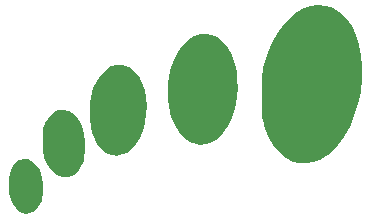
<source format=gbr>
%TF.GenerationSoftware,KiCad,Pcbnew,7.0.5-4d25ed1034~172~ubuntu22.04.1*%
%TF.CreationDate,2023-06-12T10:59:30-06:00*%
%TF.ProjectId,sao-2023-foot,73616f2d-3230-4323-932d-666f6f742e6b,rev?*%
%TF.SameCoordinates,Original*%
%TF.FileFunction,Soldermask,Top*%
%TF.FilePolarity,Negative*%
%FSLAX46Y46*%
G04 Gerber Fmt 4.6, Leading zero omitted, Abs format (unit mm)*
G04 Created by KiCad (PCBNEW 7.0.5-4d25ed1034~172~ubuntu22.04.1) date 2023-06-12 10:59:30*
%MOMM*%
%LPD*%
G01*
G04 APERTURE LIST*
G04 APERTURE END LIST*
%TO.C,G\u002A\u002A\u002A*%
G36*
X135566912Y-75990787D02*
G01*
X135934244Y-76172257D01*
X136265363Y-76480483D01*
X136539307Y-76906824D01*
X136663035Y-77202798D01*
X136745292Y-77546540D01*
X136796311Y-77982292D01*
X136815362Y-78456335D01*
X136801718Y-78914951D01*
X136754647Y-79304419D01*
X136694559Y-79524904D01*
X136434551Y-80014759D01*
X136111966Y-80359303D01*
X135735542Y-80552765D01*
X135314016Y-80589371D01*
X135131014Y-80557903D01*
X134817254Y-80405771D01*
X134511063Y-80120110D01*
X134245598Y-79733643D01*
X134192735Y-79631790D01*
X134077634Y-79372547D01*
X134002951Y-79126596D01*
X133957828Y-78839725D01*
X133931412Y-78457725D01*
X133924629Y-78292926D01*
X133927612Y-77952603D01*
X133930344Y-77640947D01*
X134005856Y-77118858D01*
X134158128Y-76700515D01*
X134394126Y-76359772D01*
X134457256Y-76293342D01*
X134807457Y-76042687D01*
X135184330Y-75944716D01*
X135566912Y-75990787D01*
G37*
G36*
X143557407Y-67989762D02*
G01*
X144068337Y-68160907D01*
X144110112Y-68182165D01*
X144560020Y-68505971D01*
X144926374Y-68948621D01*
X145210736Y-69488352D01*
X145414667Y-70103405D01*
X145539727Y-70772017D01*
X145587478Y-71472428D01*
X145559482Y-72182876D01*
X145457299Y-72881601D01*
X145282491Y-73546841D01*
X145036619Y-74156835D01*
X144721245Y-74689821D01*
X144337929Y-75124040D01*
X143888232Y-75437729D01*
X143580728Y-75560972D01*
X143277052Y-75643309D01*
X143053983Y-75672962D01*
X142833599Y-75653481D01*
X142608493Y-75605295D01*
X142179803Y-75422897D01*
X141773954Y-75097170D01*
X141412838Y-74652991D01*
X141118345Y-74115241D01*
X140982514Y-73757339D01*
X140859173Y-73231381D01*
X140782846Y-72604304D01*
X140765122Y-72163545D01*
X140756020Y-71937200D01*
X140781186Y-71291162D01*
X140859361Y-70734181D01*
X141071469Y-69981898D01*
X141360211Y-69334884D01*
X141714273Y-68802023D01*
X142122338Y-68392197D01*
X142573092Y-68114290D01*
X143055220Y-67977184D01*
X143557407Y-67989762D01*
G37*
G36*
X151114064Y-65434385D02*
G01*
X151609218Y-65662956D01*
X152066125Y-66040802D01*
X152472026Y-66550929D01*
X152814159Y-67176344D01*
X153079763Y-67900051D01*
X153143406Y-68136995D01*
X153233156Y-68657811D01*
X153281285Y-69285765D01*
X153288500Y-69965194D01*
X153255503Y-70640434D01*
X153183001Y-71255822D01*
X153098804Y-71660997D01*
X152832984Y-72456943D01*
X152488606Y-73164344D01*
X152078976Y-73763637D01*
X151617402Y-74235261D01*
X151131857Y-74552626D01*
X150636566Y-74706581D01*
X150088180Y-74733382D01*
X149542267Y-74634279D01*
X149228691Y-74509795D01*
X148750708Y-74181318D01*
X148325652Y-73705525D01*
X147963596Y-73097760D01*
X147674607Y-72373368D01*
X147559008Y-71965597D01*
X147477269Y-71491429D01*
X147430811Y-70905471D01*
X147418953Y-70260257D01*
X147419937Y-70231195D01*
X147441018Y-69608318D01*
X147496323Y-69002188D01*
X147584190Y-68494400D01*
X147605008Y-68411508D01*
X147878144Y-67597179D01*
X148225827Y-66894879D01*
X148638134Y-66313025D01*
X149105143Y-65860037D01*
X149616931Y-65544332D01*
X150163575Y-65374329D01*
X150735153Y-65358447D01*
X151114064Y-65434385D01*
G37*
G36*
X139005085Y-71903950D02*
G01*
X139427681Y-72159568D01*
X139781381Y-72538994D01*
X139839444Y-72625833D01*
X140052015Y-73012263D01*
X140199729Y-73412869D01*
X140291619Y-73868246D01*
X140336719Y-74418990D01*
X140345290Y-74899076D01*
X140342147Y-75352409D01*
X140328981Y-75679440D01*
X140299742Y-75922033D01*
X140248380Y-76122049D01*
X140168845Y-76321354D01*
X140126498Y-76412983D01*
X139875030Y-76847617D01*
X139583914Y-77190344D01*
X139283056Y-77407328D01*
X139225704Y-77432142D01*
X138898296Y-77499409D01*
X138517774Y-77495693D01*
X138163739Y-77426404D01*
X137983911Y-77347780D01*
X137631765Y-77057146D01*
X137305121Y-76647484D01*
X137041581Y-76167544D01*
X137003390Y-76076559D01*
X136925139Y-75857114D01*
X136872000Y-75634532D01*
X136839291Y-75368818D01*
X136822326Y-75019972D01*
X136816420Y-74547998D01*
X136816226Y-74478546D01*
X136817310Y-74206657D01*
X136818123Y-74002892D01*
X136829335Y-73656655D01*
X136854691Y-73401103D01*
X136899022Y-73197499D01*
X136967158Y-73007111D01*
X137012793Y-72902262D01*
X137220417Y-72545431D01*
X137492749Y-72218925D01*
X137788730Y-71964440D01*
X138067298Y-71823672D01*
X138077607Y-71820969D01*
X138544693Y-71786348D01*
X139005085Y-71903950D01*
G37*
G36*
X160770913Y-62968244D02*
G01*
X161447889Y-63203778D01*
X161471724Y-63215157D01*
X162030019Y-63575167D01*
X162525922Y-64079957D01*
X162952688Y-64715567D01*
X163303571Y-65468037D01*
X163571826Y-66323406D01*
X163750708Y-67267714D01*
X163825371Y-68086493D01*
X163823014Y-69186534D01*
X163710702Y-70268558D01*
X163496193Y-71315234D01*
X163187245Y-72309234D01*
X162791614Y-73233229D01*
X162317058Y-74069888D01*
X161771333Y-74801884D01*
X161162198Y-75411885D01*
X160497408Y-75882565D01*
X160284982Y-75995634D01*
X159696301Y-76210361D01*
X159067426Y-76309309D01*
X158451377Y-76288269D01*
X157991000Y-76177819D01*
X157351584Y-75860228D01*
X156786231Y-75393741D01*
X156297545Y-74781741D01*
X155888126Y-74027611D01*
X155560579Y-73134732D01*
X155508148Y-72950894D01*
X155441768Y-72692435D01*
X155392775Y-72450872D01*
X155358717Y-72194233D01*
X155337145Y-71890544D01*
X155325608Y-71507833D01*
X155321656Y-71014127D01*
X155322434Y-70743400D01*
X155322434Y-70500141D01*
X155325838Y-69926757D01*
X155333914Y-69462602D01*
X155349509Y-69099552D01*
X155375621Y-68804056D01*
X155415246Y-68542564D01*
X155471383Y-68281526D01*
X155547030Y-67987391D01*
X155550078Y-67976047D01*
X155897768Y-66880649D01*
X156318773Y-65920545D01*
X156823927Y-65074852D01*
X157424065Y-64322686D01*
X157472838Y-64269857D01*
X158105665Y-63682977D01*
X158756450Y-63258171D01*
X159420629Y-62996644D01*
X160093638Y-62899601D01*
X160770913Y-62968244D01*
G37*
%TD*%
M02*

</source>
